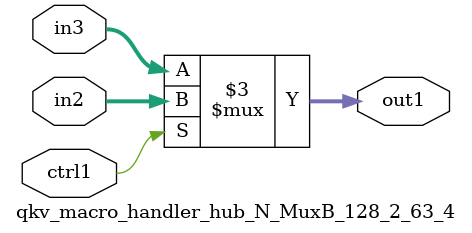
<source format=v>

`timescale 1ps / 1ps


module qkv_macro_handler_hub_N_MuxB_128_2_63_4( in3, in2, ctrl1, out1 );

    input [127:0] in3;
    input [127:0] in2;
    input ctrl1;
    output [127:0] out1;
    reg [127:0] out1;

    
    // rtl_process:qkv_macro_handler_hub_N_MuxB_128_2_63_4/qkv_macro_handler_hub_N_MuxB_128_2_63_4_thread_1
    always @*
      begin : qkv_macro_handler_hub_N_MuxB_128_2_63_4_thread_1
        case (ctrl1) 
          1'b1: 
            begin
              out1 = in2;
            end
          default: 
            begin
              out1 = in3;
            end
        endcase
      end

endmodule



</source>
